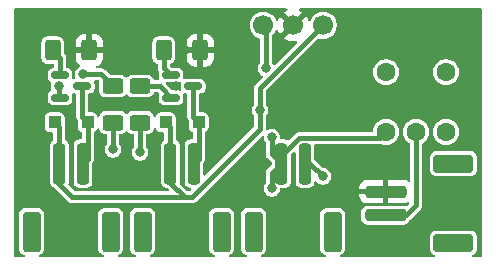
<source format=gbr>
%TF.GenerationSoftware,KiCad,Pcbnew,9.0.1*%
%TF.CreationDate,2025-04-11T12:26:53-04:00*%
%TF.ProjectId,Pneumatactors_1Xiao_CompactControl_Battery,506e6575-6d61-4746-9163-746f72735f31,rev?*%
%TF.SameCoordinates,Original*%
%TF.FileFunction,Copper,L2,Bot*%
%TF.FilePolarity,Positive*%
%FSLAX46Y46*%
G04 Gerber Fmt 4.6, Leading zero omitted, Abs format (unit mm)*
G04 Created by KiCad (PCBNEW 9.0.1) date 2025-04-11 12:26:53*
%MOMM*%
%LPD*%
G01*
G04 APERTURE LIST*
G04 Aperture macros list*
%AMRoundRect*
0 Rectangle with rounded corners*
0 $1 Rounding radius*
0 $2 $3 $4 $5 $6 $7 $8 $9 X,Y pos of 4 corners*
0 Add a 4 corners polygon primitive as box body*
4,1,4,$2,$3,$4,$5,$6,$7,$8,$9,$2,$3,0*
0 Add four circle primitives for the rounded corners*
1,1,$1+$1,$2,$3*
1,1,$1+$1,$4,$5*
1,1,$1+$1,$6,$7*
1,1,$1+$1,$8,$9*
0 Add four rect primitives between the rounded corners*
20,1,$1+$1,$2,$3,$4,$5,0*
20,1,$1+$1,$4,$5,$6,$7,0*
20,1,$1+$1,$6,$7,$8,$9,0*
20,1,$1+$1,$8,$9,$2,$3,0*%
G04 Aperture macros list end*
%TA.AperFunction,ComponentPad*%
%ADD10C,1.600200*%
%TD*%
%TA.AperFunction,SMDPad,CuDef*%
%ADD11RoundRect,0.250000X0.250000X1.500000X-0.250000X1.500000X-0.250000X-1.500000X0.250000X-1.500000X0*%
%TD*%
%TA.AperFunction,SMDPad,CuDef*%
%ADD12RoundRect,0.250001X0.499999X1.449999X-0.499999X1.449999X-0.499999X-1.449999X0.499999X-1.449999X0*%
%TD*%
%TA.AperFunction,ComponentPad*%
%ADD13C,1.700000*%
%TD*%
%TA.AperFunction,SMDPad,CuDef*%
%ADD14RoundRect,0.150000X-0.587500X-0.150000X0.587500X-0.150000X0.587500X0.150000X-0.587500X0.150000X0*%
%TD*%
%TA.AperFunction,SMDPad,CuDef*%
%ADD15RoundRect,0.250000X0.625000X-0.400000X0.625000X0.400000X-0.625000X0.400000X-0.625000X-0.400000X0*%
%TD*%
%TA.AperFunction,SMDPad,CuDef*%
%ADD16RoundRect,0.250000X0.400000X0.625000X-0.400000X0.625000X-0.400000X-0.625000X0.400000X-0.625000X0*%
%TD*%
%TA.AperFunction,SMDPad,CuDef*%
%ADD17RoundRect,0.250000X-1.500000X0.250000X-1.500000X-0.250000X1.500000X-0.250000X1.500000X0.250000X0*%
%TD*%
%TA.AperFunction,SMDPad,CuDef*%
%ADD18RoundRect,0.250001X-1.449999X0.499999X-1.449999X-0.499999X1.449999X-0.499999X1.449999X0.499999X0*%
%TD*%
%TA.AperFunction,SMDPad,CuDef*%
%ADD19RoundRect,0.250000X-0.300000X-0.300000X0.300000X-0.300000X0.300000X0.300000X-0.300000X0.300000X0*%
%TD*%
%TA.AperFunction,ViaPad*%
%ADD20C,0.800000*%
%TD*%
%TA.AperFunction,Conductor*%
%ADD21C,0.400000*%
%TD*%
G04 APERTURE END LIST*
D10*
%TO.P,U1,1,1*%
%TO.N,3.7V*%
X47262000Y-31299150D03*
%TO.P,U1,2,2*%
%TO.N,V_BATT*%
X49802000Y-31299150D03*
%TO.P,U1,3,3*%
%TO.N,unconnected-(U1-Pad3)*%
X52342000Y-31299150D03*
%TO.P,U1,4*%
%TO.N,N/C*%
X52342000Y-26250900D03*
%TO.P,U1,5*%
X47262000Y-26250900D03*
%TD*%
D11*
%TO.P,J3,1,Pin_1*%
%TO.N,Net-(D4-A)*%
X40388000Y-33984000D03*
%TO.P,J3,2,Pin_2*%
%TO.N,3.7V*%
X38388000Y-33984000D03*
D12*
%TO.P,J3,MP*%
%TO.N,N/C*%
X42738000Y-39734000D03*
X36038000Y-39734000D03*
%TD*%
D13*
%TO.P,U3,1,VIN*%
%TO.N,3.7V*%
X36848000Y-22265500D03*
%TO.P,U3,2,GND*%
%TO.N,GND*%
X39388000Y-22265500D03*
%TO.P,U3,3,VOUT*%
%TO.N,5V*%
X41928000Y-22265500D03*
%TD*%
D14*
%TO.P,Q2,1,G*%
%TO.N,VALVE_2_PFM*%
X29052500Y-28386000D03*
%TO.P,Q2,2,S*%
%TO.N,Net-(Q2-S)*%
X29052500Y-26486000D03*
%TO.P,Q2,3,D*%
%TO.N,Net-(D3-A)*%
X30927500Y-27436000D03*
%TD*%
D15*
%TO.P,R1,1*%
%TO.N,Net-(U2-PA6_A10_D10_MOSI)*%
X26416000Y-30506000D03*
%TO.P,R1,2*%
%TO.N,VALVE_2_PFM*%
X26416000Y-27406000D03*
%TD*%
D16*
%TO.P,R5,1*%
%TO.N,GND*%
X31522000Y-24384000D03*
%TO.P,R5,2*%
%TO.N,Net-(Q2-S)*%
X28422000Y-24384000D03*
%TD*%
D14*
%TO.P,Q1,1,G*%
%TO.N,VALVE_1_PFM*%
X19654500Y-28386000D03*
%TO.P,Q1,2,S*%
%TO.N,Net-(Q1-S)*%
X19654500Y-26486000D03*
%TO.P,Q1,3,D*%
%TO.N,Net-(D2-A)*%
X21529500Y-27436000D03*
%TD*%
D17*
%TO.P,J4,1,Pin_1*%
%TO.N,GND*%
X47206000Y-36342000D03*
%TO.P,J4,2,Pin_2*%
%TO.N,V_BATT*%
X47206000Y-38342000D03*
D18*
%TO.P,J4,MP*%
%TO.N,N/C*%
X52956000Y-33992000D03*
X52956000Y-40692000D03*
%TD*%
D19*
%TO.P,D2,1,K*%
%TO.N,5V*%
X19192000Y-30484000D03*
%TO.P,D2,2,A*%
%TO.N,Net-(D2-A)*%
X21992000Y-30484000D03*
%TD*%
%TO.P,D3,1,K*%
%TO.N,5V*%
X28590000Y-30484000D03*
%TO.P,D3,2,A*%
%TO.N,Net-(D3-A)*%
X31390000Y-30484000D03*
%TD*%
D11*
%TO.P,J1,1,Pin_1*%
%TO.N,Net-(D2-A)*%
X21592000Y-33984000D03*
%TO.P,J1,2,Pin_2*%
%TO.N,5V*%
X19592000Y-33984000D03*
D12*
%TO.P,J1,MP*%
%TO.N,N/C*%
X23942000Y-39734000D03*
X17242000Y-39734000D03*
%TD*%
D15*
%TO.P,R2,1*%
%TO.N,Net-(U2-PA5_A9_D9_MISO)*%
X24130000Y-30506000D03*
%TO.P,R2,2*%
%TO.N,VALVE_1_PFM*%
X24130000Y-27406000D03*
%TD*%
D11*
%TO.P,J2,1,Pin_1*%
%TO.N,Net-(D3-A)*%
X30990000Y-33984000D03*
%TO.P,J2,2,Pin_2*%
%TO.N,5V*%
X28990000Y-33984000D03*
D12*
%TO.P,J2,MP*%
%TO.N,N/C*%
X33340000Y-39734000D03*
X26640000Y-39734000D03*
%TD*%
D16*
%TO.P,R4,1*%
%TO.N,GND*%
X22124000Y-24384000D03*
%TO.P,R4,2*%
%TO.N,Net-(Q1-S)*%
X19024000Y-24384000D03*
%TD*%
D20*
%TO.N,5V*%
X36576000Y-29464000D03*
%TO.N,3.7V*%
X37592000Y-36068000D03*
X37084000Y-25908000D03*
X37592000Y-31750000D03*
%TO.N,GND*%
X26670000Y-35814000D03*
X35814000Y-33528000D03*
X54102000Y-38354000D03*
X40894000Y-25146000D03*
X21082000Y-39624000D03*
X31242000Y-39878000D03*
X28956000Y-40386000D03*
X18542000Y-21844000D03*
X49784000Y-26162000D03*
X29210000Y-22098000D03*
X54102000Y-30734000D03*
X44704000Y-40894000D03*
X19558000Y-40640000D03*
X36068000Y-36068000D03*
X52832000Y-29210000D03*
X19558000Y-37338000D03*
X29972000Y-30480000D03*
X23876000Y-35814000D03*
X43180000Y-26416000D03*
X45974000Y-33528000D03*
X43180000Y-33020000D03*
X28194000Y-37846000D03*
X29464000Y-27432000D03*
X39370000Y-27686000D03*
X49276000Y-41402000D03*
X22352000Y-21844000D03*
X32766000Y-21590000D03*
X23114000Y-33782000D03*
X36830000Y-37312000D03*
X45466000Y-30480000D03*
X46482000Y-29464000D03*
X30226000Y-24384000D03*
X25400000Y-24384000D03*
%TO.N,VALVE_1_PFM*%
X21590000Y-26416000D03*
X19558000Y-27432000D03*
%TO.N,Net-(D4-A)*%
X41910000Y-35052000D03*
%TO.N,Net-(U2-PA6_A10_D10_MOSI)*%
X26416000Y-33020000D03*
%TO.N,Net-(U2-PA5_A9_D9_MISO)*%
X24130000Y-32766000D03*
%TD*%
D21*
%TO.N,5V*%
X19592000Y-30884000D02*
X19192000Y-30484000D01*
X36576000Y-27617500D02*
X36576000Y-31075580D01*
X19592000Y-35734000D02*
X19592000Y-33984000D01*
X30734000Y-36830000D02*
X30226000Y-36830000D01*
X30821580Y-36830000D02*
X30734000Y-36830000D01*
X36576000Y-31075580D02*
X30821580Y-36830000D01*
X36576000Y-27617500D02*
X36576000Y-29464000D01*
X30226000Y-36830000D02*
X28990000Y-35594000D01*
X28990000Y-33984000D02*
X28990000Y-30884000D01*
X28990000Y-30884000D02*
X28590000Y-30484000D01*
X41928000Y-22265500D02*
X36576000Y-27617500D01*
X20688000Y-36830000D02*
X19592000Y-35734000D01*
X19592000Y-33984000D02*
X19592000Y-30884000D01*
X28990000Y-35594000D02*
X28990000Y-33984000D01*
X30734000Y-36830000D02*
X20688000Y-36830000D01*
%TO.N,Net-(D3-A)*%
X31390000Y-30484000D02*
X31390000Y-33584000D01*
X31390000Y-33584000D02*
X30990000Y-33984000D01*
X30927500Y-27436000D02*
X30927500Y-30021500D01*
X30927500Y-30021500D02*
X31390000Y-30484000D01*
%TO.N,3.7V*%
X47262000Y-31299150D02*
X46728150Y-31833000D01*
X37592000Y-33188000D02*
X38388000Y-33984000D01*
X37592000Y-36068000D02*
X37592000Y-34780000D01*
X37592000Y-34780000D02*
X38388000Y-33984000D01*
X37592000Y-31750000D02*
X37592000Y-33188000D01*
X37084000Y-22501500D02*
X36848000Y-22265500D01*
X37084000Y-25908000D02*
X37084000Y-22501500D01*
X38388000Y-33306420D02*
X38388000Y-33984000D01*
X39861420Y-31833000D02*
X38388000Y-33306420D01*
X46728150Y-31833000D02*
X39861420Y-31833000D01*
%TO.N,V_BATT*%
X47206000Y-38342000D02*
X48956000Y-38342000D01*
X49802000Y-37496000D02*
X49802000Y-31299150D01*
X48956000Y-38342000D02*
X49802000Y-37496000D01*
%TO.N,VALVE_1_PFM*%
X24130000Y-27406000D02*
X23140000Y-26416000D01*
X19558000Y-27432000D02*
X19558000Y-28289500D01*
X19558000Y-28289500D02*
X19654500Y-28386000D01*
X23140000Y-26416000D02*
X21590000Y-26416000D01*
%TO.N,VALVE_2_PFM*%
X26416000Y-27406000D02*
X28072500Y-27406000D01*
X28072500Y-27406000D02*
X29052500Y-28386000D01*
%TO.N,Net-(D4-A)*%
X40388000Y-33984000D02*
X40842000Y-33984000D01*
X40842000Y-33984000D02*
X41910000Y-35052000D01*
%TO.N,Net-(Q1-S)*%
X19654500Y-25014500D02*
X19024000Y-24384000D01*
X19654500Y-26486000D02*
X19654500Y-25014500D01*
%TO.N,Net-(Q2-S)*%
X28422000Y-25855500D02*
X29052500Y-26486000D01*
X28422000Y-24384000D02*
X28422000Y-25855500D01*
%TO.N,Net-(U2-PA6_A10_D10_MOSI)*%
X26416000Y-33020000D02*
X26416000Y-30506000D01*
%TO.N,Net-(U2-PA5_A9_D9_MISO)*%
X24130000Y-32766000D02*
X24130000Y-30506000D01*
%TO.N,Net-(D2-A)*%
X21529500Y-27436000D02*
X21529500Y-30021500D01*
X21992000Y-33584000D02*
X21592000Y-33984000D01*
X21529500Y-30021500D02*
X21992000Y-30484000D01*
X21992000Y-30484000D02*
X21992000Y-33584000D01*
%TD*%
%TA.AperFunction,Conductor*%
%TO.N,GND*%
G36*
X38880469Y-20847407D02*
G01*
X38916433Y-20896907D01*
X38916433Y-20958093D01*
X38880469Y-21007593D01*
X38867223Y-21015710D01*
X38680446Y-21110876D01*
X38680442Y-21110878D01*
X38626282Y-21150228D01*
X39258591Y-21782537D01*
X39195007Y-21799575D01*
X39080993Y-21865401D01*
X38987901Y-21958493D01*
X38922075Y-22072507D01*
X38905037Y-22136091D01*
X38272728Y-21503782D01*
X38233378Y-21557942D01*
X38233376Y-21557946D01*
X38136904Y-21747284D01*
X38107272Y-21838484D01*
X38071308Y-21887984D01*
X38013117Y-21906891D01*
X37954926Y-21887984D01*
X37918962Y-21838484D01*
X37918962Y-21838483D01*
X37917824Y-21834983D01*
X37914211Y-21823861D01*
X37831996Y-21662506D01*
X37725553Y-21515999D01*
X37597501Y-21387947D01*
X37450994Y-21281504D01*
X37450993Y-21281503D01*
X37450991Y-21281502D01*
X37289637Y-21199288D01*
X37117406Y-21143328D01*
X36938549Y-21115000D01*
X36938546Y-21115000D01*
X36757454Y-21115000D01*
X36757451Y-21115000D01*
X36578593Y-21143328D01*
X36406362Y-21199288D01*
X36245008Y-21281502D01*
X36171752Y-21334725D01*
X36098499Y-21387947D01*
X35970447Y-21515999D01*
X35939975Y-21557940D01*
X35864002Y-21662508D01*
X35781788Y-21823862D01*
X35725828Y-21996093D01*
X35697500Y-22174950D01*
X35697500Y-22356049D01*
X35725828Y-22534906D01*
X35781788Y-22707137D01*
X35820806Y-22783715D01*
X35864004Y-22868494D01*
X35970447Y-23015001D01*
X36098499Y-23143053D01*
X36245006Y-23249496D01*
X36406361Y-23331711D01*
X36515092Y-23367039D01*
X36564592Y-23403003D01*
X36583500Y-23461193D01*
X36583500Y-25376836D01*
X36564593Y-25435027D01*
X36554504Y-25446840D01*
X36539889Y-25461454D01*
X36539885Y-25461458D01*
X36463228Y-25576182D01*
X36463222Y-25576193D01*
X36410420Y-25703670D01*
X36410420Y-25703672D01*
X36383500Y-25839004D01*
X36383500Y-25976995D01*
X36410420Y-26112327D01*
X36410420Y-26112329D01*
X36463222Y-26239806D01*
X36463228Y-26239817D01*
X36539885Y-26354541D01*
X36637458Y-26452114D01*
X36752182Y-26528771D01*
X36752184Y-26528772D01*
X36752185Y-26528772D01*
X36752189Y-26528775D01*
X36760062Y-26532036D01*
X36806587Y-26571772D01*
X36820871Y-26631266D01*
X36797457Y-26687794D01*
X36792180Y-26693503D01*
X36268686Y-27216999D01*
X36175500Y-27310185D01*
X36175496Y-27310190D01*
X36109609Y-27424309D01*
X36075500Y-27551609D01*
X36075500Y-28932836D01*
X36056593Y-28991027D01*
X36046504Y-29002840D01*
X36031889Y-29017454D01*
X36031885Y-29017458D01*
X35955228Y-29132182D01*
X35955222Y-29132193D01*
X35902420Y-29259670D01*
X35902420Y-29259672D01*
X35875500Y-29395004D01*
X35875500Y-29532995D01*
X35902420Y-29668327D01*
X35902420Y-29668329D01*
X35955222Y-29795806D01*
X35955228Y-29795817D01*
X36031885Y-29910541D01*
X36046504Y-29925160D01*
X36074281Y-29979677D01*
X36075500Y-29995164D01*
X36075500Y-30827258D01*
X36056593Y-30885449D01*
X36046504Y-30897262D01*
X31959504Y-34984262D01*
X31904987Y-35012039D01*
X31844555Y-35002468D01*
X31801290Y-34959203D01*
X31790500Y-34914258D01*
X31790500Y-33917839D01*
X31803763Y-33868340D01*
X31856392Y-33777186D01*
X31890500Y-33649893D01*
X31890500Y-33518108D01*
X31890500Y-31364071D01*
X31909407Y-31305880D01*
X31953185Y-31271972D01*
X31953894Y-31271692D01*
X31962342Y-31268361D01*
X31962343Y-31268360D01*
X31962344Y-31268360D01*
X32009959Y-31232251D01*
X32082922Y-31176922D01*
X32174361Y-31056342D01*
X32229877Y-30915564D01*
X32240500Y-30827102D01*
X32240500Y-30140898D01*
X32229877Y-30052436D01*
X32174361Y-29911658D01*
X32082922Y-29791078D01*
X31962342Y-29699639D01*
X31962341Y-29699638D01*
X31962339Y-29699637D01*
X31821565Y-29644123D01*
X31733106Y-29633500D01*
X31733102Y-29633500D01*
X31527000Y-29633500D01*
X31468809Y-29614593D01*
X31432845Y-29565093D01*
X31428000Y-29534500D01*
X31428000Y-28135500D01*
X31446907Y-28077309D01*
X31496407Y-28041345D01*
X31527000Y-28036500D01*
X31569273Y-28036500D01*
X31569273Y-28036499D01*
X31599699Y-28033646D01*
X31727882Y-27988793D01*
X31837150Y-27908150D01*
X31917793Y-27798882D01*
X31962646Y-27670699D01*
X31965499Y-27640273D01*
X31965500Y-27640273D01*
X31965500Y-27231727D01*
X31965499Y-27231725D01*
X31962646Y-27201305D01*
X31962646Y-27201301D01*
X31917793Y-27073118D01*
X31914220Y-27068277D01*
X31837154Y-26963855D01*
X31837152Y-26963853D01*
X31837150Y-26963850D01*
X31837146Y-26963847D01*
X31837144Y-26963845D01*
X31727883Y-26883207D01*
X31599703Y-26838355D01*
X31599694Y-26838353D01*
X31569274Y-26835500D01*
X31569266Y-26835500D01*
X30285734Y-26835500D01*
X30285725Y-26835500D01*
X30255305Y-26838353D01*
X30255301Y-26838354D01*
X30213517Y-26852975D01*
X30211379Y-26853723D01*
X30150209Y-26855095D01*
X30099915Y-26820251D01*
X30079707Y-26762499D01*
X30085238Y-26727579D01*
X30087646Y-26720699D01*
X30090499Y-26690273D01*
X30090500Y-26690273D01*
X30090500Y-26281727D01*
X30090499Y-26281725D01*
X30087646Y-26251305D01*
X30087646Y-26251301D01*
X30042793Y-26123118D01*
X30034830Y-26112329D01*
X29962154Y-26013855D01*
X29962152Y-26013853D01*
X29962150Y-26013850D01*
X29962146Y-26013847D01*
X29962144Y-26013845D01*
X29852883Y-25933207D01*
X29724703Y-25888355D01*
X29724694Y-25888353D01*
X29694274Y-25885500D01*
X29694266Y-25885500D01*
X29200822Y-25885500D01*
X29142631Y-25866593D01*
X29130818Y-25856504D01*
X28966792Y-25692478D01*
X28939015Y-25637961D01*
X28948586Y-25577529D01*
X28991851Y-25534264D01*
X29000477Y-25530377D01*
X29094339Y-25493362D01*
X29094338Y-25493362D01*
X29094342Y-25493361D01*
X29214922Y-25401922D01*
X29306361Y-25281342D01*
X29361877Y-25140564D01*
X29372500Y-25052102D01*
X29372500Y-24634001D01*
X30372001Y-24634001D01*
X30372001Y-25058986D01*
X30382492Y-25161687D01*
X30382495Y-25161699D01*
X30437643Y-25328124D01*
X30529680Y-25477340D01*
X30653659Y-25601319D01*
X30802875Y-25693356D01*
X30969306Y-25748506D01*
X31072013Y-25758999D01*
X31271998Y-25758999D01*
X31272000Y-25758998D01*
X31272000Y-24634001D01*
X31772000Y-24634001D01*
X31772000Y-25758998D01*
X31772001Y-25758999D01*
X31971986Y-25758999D01*
X32074687Y-25748507D01*
X32074699Y-25748504D01*
X32241124Y-25693356D01*
X32390340Y-25601319D01*
X32514319Y-25477340D01*
X32606356Y-25328124D01*
X32661506Y-25161693D01*
X32672000Y-25058987D01*
X32672000Y-24634001D01*
X32671999Y-24634000D01*
X31772001Y-24634000D01*
X31772000Y-24634001D01*
X31272000Y-24634001D01*
X31271999Y-24634000D01*
X30372002Y-24634000D01*
X30372001Y-24634001D01*
X29372500Y-24634001D01*
X29372500Y-23715898D01*
X29371673Y-23709012D01*
X30372000Y-23709012D01*
X30372000Y-24133999D01*
X30372001Y-24134000D01*
X31271999Y-24134000D01*
X31272000Y-24133999D01*
X31272000Y-23009001D01*
X31772000Y-23009001D01*
X31772000Y-24133999D01*
X31772001Y-24134000D01*
X32671998Y-24134000D01*
X32671999Y-24133999D01*
X32671999Y-23709013D01*
X32661507Y-23606312D01*
X32661504Y-23606300D01*
X32606356Y-23439875D01*
X32514319Y-23290659D01*
X32390340Y-23166680D01*
X32241124Y-23074643D01*
X32074693Y-23019493D01*
X31971987Y-23009000D01*
X31772001Y-23009000D01*
X31772000Y-23009001D01*
X31272000Y-23009001D01*
X31271999Y-23009000D01*
X31072013Y-23009000D01*
X30969312Y-23019492D01*
X30969300Y-23019495D01*
X30802875Y-23074643D01*
X30653659Y-23166680D01*
X30529680Y-23290659D01*
X30437643Y-23439875D01*
X30382493Y-23606306D01*
X30372000Y-23709012D01*
X29371673Y-23709012D01*
X29361877Y-23627436D01*
X29353547Y-23606312D01*
X29306362Y-23486660D01*
X29306361Y-23486659D01*
X29306361Y-23486658D01*
X29214922Y-23366078D01*
X29094342Y-23274639D01*
X29094341Y-23274638D01*
X29094339Y-23274637D01*
X28953565Y-23219123D01*
X28865106Y-23208500D01*
X28865102Y-23208500D01*
X27978898Y-23208500D01*
X27978893Y-23208500D01*
X27890434Y-23219123D01*
X27749660Y-23274637D01*
X27749656Y-23274640D01*
X27629081Y-23366075D01*
X27629075Y-23366081D01*
X27537640Y-23486656D01*
X27537637Y-23486660D01*
X27482123Y-23627434D01*
X27471500Y-23715893D01*
X27471500Y-25052106D01*
X27482123Y-25140565D01*
X27537637Y-25281339D01*
X27537638Y-25281341D01*
X27537639Y-25281342D01*
X27629078Y-25401922D01*
X27749658Y-25493361D01*
X27749659Y-25493361D01*
X27749660Y-25493362D01*
X27858819Y-25536409D01*
X27906016Y-25575345D01*
X27921500Y-25628506D01*
X27921500Y-25789608D01*
X27921500Y-25921392D01*
X27929061Y-25949609D01*
X27955608Y-26048687D01*
X28015489Y-26152403D01*
X28028210Y-26212251D01*
X28023198Y-26234595D01*
X28017354Y-26251299D01*
X28017353Y-26251301D01*
X28014500Y-26281725D01*
X28014500Y-26690274D01*
X28017353Y-26720694D01*
X28017353Y-26720697D01*
X28017354Y-26720699D01*
X28035936Y-26773803D01*
X28037308Y-26834973D01*
X28002464Y-26885267D01*
X27944712Y-26905475D01*
X27942491Y-26905500D01*
X27660506Y-26905500D01*
X27602315Y-26886593D01*
X27568409Y-26842819D01*
X27525362Y-26733660D01*
X27525361Y-26733659D01*
X27525361Y-26733658D01*
X27433922Y-26613078D01*
X27313342Y-26521639D01*
X27313341Y-26521638D01*
X27313339Y-26521637D01*
X27172565Y-26466123D01*
X27084106Y-26455500D01*
X27084102Y-26455500D01*
X25747898Y-26455500D01*
X25747893Y-26455500D01*
X25659434Y-26466123D01*
X25518660Y-26521637D01*
X25518656Y-26521640D01*
X25398081Y-26613075D01*
X25398073Y-26613083D01*
X25351883Y-26673994D01*
X25301657Y-26708936D01*
X25240484Y-26707682D01*
X25194117Y-26673994D01*
X25147926Y-26613083D01*
X25147924Y-26613081D01*
X25147922Y-26613078D01*
X25027342Y-26521639D01*
X25027341Y-26521638D01*
X25027339Y-26521637D01*
X24886565Y-26466123D01*
X24798106Y-26455500D01*
X24798102Y-26455500D01*
X23928322Y-26455500D01*
X23870131Y-26436593D01*
X23858319Y-26426504D01*
X23447314Y-26015500D01*
X23447309Y-26015496D01*
X23333189Y-25949609D01*
X23333191Y-25949609D01*
X23271976Y-25933207D01*
X23205892Y-25915500D01*
X23205890Y-25915500D01*
X22786241Y-25915500D01*
X22728050Y-25896593D01*
X22692086Y-25847093D01*
X22692086Y-25785907D01*
X22728050Y-25736407D01*
X22755101Y-25722525D01*
X22843124Y-25693356D01*
X22992340Y-25601319D01*
X23116319Y-25477340D01*
X23208356Y-25328124D01*
X23263506Y-25161693D01*
X23274000Y-25058987D01*
X23274000Y-24634001D01*
X23273999Y-24634000D01*
X20974002Y-24634000D01*
X20974001Y-24634001D01*
X20974001Y-25058986D01*
X20984492Y-25161687D01*
X20984495Y-25161699D01*
X21039643Y-25328124D01*
X21131680Y-25477340D01*
X21255659Y-25601319D01*
X21279968Y-25616313D01*
X21319570Y-25662954D01*
X21324193Y-25723965D01*
X21292072Y-25776041D01*
X21265884Y-25792037D01*
X21258192Y-25795222D01*
X21258182Y-25795228D01*
X21143458Y-25871885D01*
X21045885Y-25969458D01*
X20969228Y-26084182D01*
X20969222Y-26084193D01*
X20916420Y-26211670D01*
X20916420Y-26211672D01*
X20910822Y-26239817D01*
X20889500Y-26347007D01*
X20889500Y-26484993D01*
X20914978Y-26613081D01*
X20916420Y-26620327D01*
X20916420Y-26620329D01*
X20949808Y-26700936D01*
X20954608Y-26761933D01*
X20922639Y-26814102D01*
X20884709Y-26834246D01*
X20876283Y-26836573D01*
X20857301Y-26838354D01*
X20810246Y-26854819D01*
X20807047Y-26855703D01*
X20779638Y-26854479D01*
X20752209Y-26855095D01*
X20749371Y-26853128D01*
X20745922Y-26852975D01*
X20724469Y-26835876D01*
X20701915Y-26820251D01*
X20700774Y-26816991D01*
X20698075Y-26814840D01*
X20690768Y-26788395D01*
X20681707Y-26762499D01*
X20682401Y-26758113D01*
X20681780Y-26755864D01*
X20683473Y-26751348D01*
X20687238Y-26727579D01*
X20689646Y-26720699D01*
X20692499Y-26690273D01*
X20692500Y-26690273D01*
X20692500Y-26281727D01*
X20692499Y-26281725D01*
X20689646Y-26251305D01*
X20689646Y-26251301D01*
X20644793Y-26123118D01*
X20636830Y-26112329D01*
X20564154Y-26013855D01*
X20564152Y-26013853D01*
X20564150Y-26013850D01*
X20564146Y-26013847D01*
X20564144Y-26013845D01*
X20454883Y-25933207D01*
X20326703Y-25888355D01*
X20326694Y-25888353D01*
X20296274Y-25885500D01*
X20296266Y-25885500D01*
X20254000Y-25885500D01*
X20195809Y-25866593D01*
X20159845Y-25817093D01*
X20155000Y-25786500D01*
X20155000Y-24948609D01*
X20155000Y-24948608D01*
X20120892Y-24821314D01*
X20120890Y-24821311D01*
X20120890Y-24821309D01*
X20055003Y-24707190D01*
X20054999Y-24707184D01*
X20003496Y-24655681D01*
X19975719Y-24601164D01*
X19974500Y-24585678D01*
X19974500Y-23715899D01*
X19974500Y-23715898D01*
X19973673Y-23709012D01*
X20974000Y-23709012D01*
X20974000Y-24133999D01*
X20974001Y-24134000D01*
X21873999Y-24134000D01*
X21874000Y-24133999D01*
X21874000Y-23009001D01*
X22374000Y-23009001D01*
X22374000Y-24133999D01*
X22374001Y-24134000D01*
X23273998Y-24134000D01*
X23273999Y-24133999D01*
X23273999Y-23709013D01*
X23263507Y-23606312D01*
X23263504Y-23606300D01*
X23208356Y-23439875D01*
X23116319Y-23290659D01*
X22992340Y-23166680D01*
X22843124Y-23074643D01*
X22676693Y-23019493D01*
X22573987Y-23009000D01*
X22374001Y-23009000D01*
X22374000Y-23009001D01*
X21874000Y-23009001D01*
X21873999Y-23009000D01*
X21674013Y-23009000D01*
X21571312Y-23019492D01*
X21571300Y-23019495D01*
X21404875Y-23074643D01*
X21255659Y-23166680D01*
X21131680Y-23290659D01*
X21039643Y-23439875D01*
X20984493Y-23606306D01*
X20974000Y-23709012D01*
X19973673Y-23709012D01*
X19963877Y-23627436D01*
X19955547Y-23606312D01*
X19908362Y-23486660D01*
X19908361Y-23486659D01*
X19908361Y-23486658D01*
X19816922Y-23366078D01*
X19696342Y-23274639D01*
X19696341Y-23274638D01*
X19696339Y-23274637D01*
X19555565Y-23219123D01*
X19467106Y-23208500D01*
X19467102Y-23208500D01*
X18580898Y-23208500D01*
X18580893Y-23208500D01*
X18492434Y-23219123D01*
X18351660Y-23274637D01*
X18351656Y-23274640D01*
X18231081Y-23366075D01*
X18231075Y-23366081D01*
X18139640Y-23486656D01*
X18139637Y-23486660D01*
X18084123Y-23627434D01*
X18073500Y-23715893D01*
X18073500Y-25052106D01*
X18084123Y-25140565D01*
X18139637Y-25281339D01*
X18139638Y-25281341D01*
X18139639Y-25281342D01*
X18231078Y-25401922D01*
X18351658Y-25493361D01*
X18351659Y-25493361D01*
X18351660Y-25493362D01*
X18422047Y-25521119D01*
X18492436Y-25548877D01*
X18580898Y-25559500D01*
X19055000Y-25559500D01*
X19069912Y-25564345D01*
X19085593Y-25564345D01*
X19098278Y-25573561D01*
X19113191Y-25578407D01*
X19122407Y-25591092D01*
X19135093Y-25600309D01*
X19139938Y-25615221D01*
X19149155Y-25627907D01*
X19154000Y-25658500D01*
X19154000Y-25786500D01*
X19135093Y-25844691D01*
X19085593Y-25880655D01*
X19055000Y-25885500D01*
X19012725Y-25885500D01*
X18982305Y-25888353D01*
X18982296Y-25888355D01*
X18854116Y-25933207D01*
X18744855Y-26013845D01*
X18744845Y-26013855D01*
X18664207Y-26123116D01*
X18619355Y-26251296D01*
X18619353Y-26251305D01*
X18616500Y-26281725D01*
X18616500Y-26690274D01*
X18619353Y-26720694D01*
X18619355Y-26720703D01*
X18664207Y-26848883D01*
X18744845Y-26958144D01*
X18744847Y-26958146D01*
X18744850Y-26958150D01*
X18744853Y-26958152D01*
X18744855Y-26958154D01*
X18854116Y-27038792D01*
X18860674Y-27042258D01*
X18859471Y-27044532D01*
X18898756Y-27074442D01*
X18916354Y-27133041D01*
X18908843Y-27168708D01*
X18884420Y-27227670D01*
X18884420Y-27227672D01*
X18857500Y-27363004D01*
X18857500Y-27500995D01*
X18884420Y-27636327D01*
X18884420Y-27636329D01*
X18911737Y-27702278D01*
X18916537Y-27763275D01*
X18884568Y-27815444D01*
X18860448Y-27829310D01*
X18860676Y-27829741D01*
X18854114Y-27833208D01*
X18744855Y-27913845D01*
X18744845Y-27913855D01*
X18664207Y-28023116D01*
X18619355Y-28151296D01*
X18619353Y-28151305D01*
X18616500Y-28181725D01*
X18616500Y-28590274D01*
X18619353Y-28620694D01*
X18619355Y-28620703D01*
X18664207Y-28748883D01*
X18744845Y-28858144D01*
X18744847Y-28858146D01*
X18744850Y-28858150D01*
X18744853Y-28858152D01*
X18744855Y-28858154D01*
X18854116Y-28938792D01*
X18854117Y-28938792D01*
X18854118Y-28938793D01*
X18982301Y-28983646D01*
X19012725Y-28986499D01*
X19012727Y-28986500D01*
X19012734Y-28986500D01*
X20296273Y-28986500D01*
X20296273Y-28986499D01*
X20326699Y-28983646D01*
X20454882Y-28938793D01*
X20564150Y-28858150D01*
X20644793Y-28748882D01*
X20689646Y-28620699D01*
X20692499Y-28590273D01*
X20692500Y-28590273D01*
X20692500Y-28181727D01*
X20692499Y-28181725D01*
X20689646Y-28151305D01*
X20689646Y-28151301D01*
X20687237Y-28144419D01*
X20685864Y-28083250D01*
X20720707Y-28032955D01*
X20778459Y-28012746D01*
X20796252Y-28013953D01*
X20805005Y-28015346D01*
X20857301Y-28033646D01*
X20887734Y-28036500D01*
X20937834Y-28036500D01*
X20945570Y-28037732D01*
X20966179Y-28048255D01*
X20988191Y-28055407D01*
X20992911Y-28061904D01*
X21000063Y-28065556D01*
X21010550Y-28086181D01*
X21024155Y-28104907D01*
X21026002Y-28116572D01*
X21027794Y-28120096D01*
X21027175Y-28123979D01*
X21029000Y-28135500D01*
X21029000Y-29955608D01*
X21029000Y-30087392D01*
X21043337Y-30140898D01*
X21063109Y-30214690D01*
X21128236Y-30327491D01*
X21141500Y-30376991D01*
X21141500Y-30827106D01*
X21152123Y-30915565D01*
X21207637Y-31056339D01*
X21207638Y-31056341D01*
X21207639Y-31056342D01*
X21299078Y-31176922D01*
X21299081Y-31176924D01*
X21299082Y-31176925D01*
X21419656Y-31268360D01*
X21419657Y-31268360D01*
X21419658Y-31268361D01*
X21419661Y-31268362D01*
X21428815Y-31271972D01*
X21476014Y-31310907D01*
X21491500Y-31364071D01*
X21491500Y-31834500D01*
X21472593Y-31892691D01*
X21423093Y-31928655D01*
X21392500Y-31933500D01*
X21298893Y-31933500D01*
X21210434Y-31944123D01*
X21069660Y-31999637D01*
X21069656Y-31999640D01*
X20949081Y-32091075D01*
X20949075Y-32091081D01*
X20857640Y-32211656D01*
X20857637Y-32211660D01*
X20802123Y-32352434D01*
X20791500Y-32440893D01*
X20791500Y-35527106D01*
X20802123Y-35615565D01*
X20857637Y-35756339D01*
X20857638Y-35756341D01*
X20857639Y-35756342D01*
X20949078Y-35876922D01*
X21069658Y-35968361D01*
X21069659Y-35968361D01*
X21069660Y-35968362D01*
X21140047Y-35996119D01*
X21210436Y-36023877D01*
X21298898Y-36034500D01*
X21298900Y-36034500D01*
X21885100Y-36034500D01*
X21885102Y-36034500D01*
X21973564Y-36023877D01*
X22114342Y-35968361D01*
X22234922Y-35876922D01*
X22326361Y-35756342D01*
X22381877Y-35615564D01*
X22392500Y-35527102D01*
X22392500Y-33917839D01*
X22405763Y-33868340D01*
X22458392Y-33777186D01*
X22492500Y-33649893D01*
X22492500Y-33518108D01*
X22492500Y-31364071D01*
X22511407Y-31305880D01*
X22555185Y-31271972D01*
X22555894Y-31271692D01*
X22564342Y-31268361D01*
X22564343Y-31268360D01*
X22564344Y-31268360D01*
X22611959Y-31232251D01*
X22684922Y-31176922D01*
X22776361Y-31056342D01*
X22782348Y-31041161D01*
X22821281Y-30993965D01*
X22880523Y-30978667D01*
X22937443Y-31001112D01*
X22966541Y-31041161D01*
X23020637Y-31178339D01*
X23020638Y-31178341D01*
X23020639Y-31178342D01*
X23112078Y-31298922D01*
X23232658Y-31390361D01*
X23232659Y-31390361D01*
X23232660Y-31390362D01*
X23264472Y-31402907D01*
X23373436Y-31445877D01*
X23461898Y-31456500D01*
X23530500Y-31456500D01*
X23588691Y-31475407D01*
X23624655Y-31524907D01*
X23629500Y-31555500D01*
X23629500Y-32234836D01*
X23610593Y-32293027D01*
X23600504Y-32304840D01*
X23585889Y-32319454D01*
X23585885Y-32319458D01*
X23509228Y-32434182D01*
X23509222Y-32434193D01*
X23456420Y-32561670D01*
X23456420Y-32561672D01*
X23429500Y-32697004D01*
X23429500Y-32834995D01*
X23456420Y-32970327D01*
X23456420Y-32970329D01*
X23509222Y-33097806D01*
X23509228Y-33097817D01*
X23585885Y-33212541D01*
X23683458Y-33310114D01*
X23798182Y-33386771D01*
X23798193Y-33386777D01*
X23845283Y-33406282D01*
X23925672Y-33439580D01*
X24061007Y-33466500D01*
X24061008Y-33466500D01*
X24198992Y-33466500D01*
X24198993Y-33466500D01*
X24334328Y-33439580D01*
X24461811Y-33386775D01*
X24576542Y-33310114D01*
X24674114Y-33212542D01*
X24750775Y-33097811D01*
X24803580Y-32970328D01*
X24830500Y-32834993D01*
X24830500Y-32697007D01*
X24803580Y-32561672D01*
X24779825Y-32504323D01*
X24750777Y-32434193D01*
X24750771Y-32434182D01*
X24674114Y-32319458D01*
X24659496Y-32304840D01*
X24631719Y-32250323D01*
X24630500Y-32234836D01*
X24630500Y-31555500D01*
X24649407Y-31497309D01*
X24698907Y-31461345D01*
X24729500Y-31456500D01*
X24798100Y-31456500D01*
X24798102Y-31456500D01*
X24886564Y-31445877D01*
X25027342Y-31390361D01*
X25147922Y-31298922D01*
X25194116Y-31238005D01*
X25244343Y-31203063D01*
X25305515Y-31204317D01*
X25351883Y-31238005D01*
X25398078Y-31298922D01*
X25518658Y-31390361D01*
X25518659Y-31390361D01*
X25518660Y-31390362D01*
X25550472Y-31402907D01*
X25659436Y-31445877D01*
X25747898Y-31456500D01*
X25816500Y-31456500D01*
X25874691Y-31475407D01*
X25910655Y-31524907D01*
X25915500Y-31555500D01*
X25915500Y-32488836D01*
X25896593Y-32547027D01*
X25886504Y-32558840D01*
X25871889Y-32573454D01*
X25871885Y-32573458D01*
X25795228Y-32688182D01*
X25795222Y-32688193D01*
X25742420Y-32815670D01*
X25742420Y-32815672D01*
X25715500Y-32951004D01*
X25715500Y-33088995D01*
X25722087Y-33122108D01*
X25740075Y-33212541D01*
X25742420Y-33224327D01*
X25742420Y-33224329D01*
X25795222Y-33351806D01*
X25795228Y-33351817D01*
X25871885Y-33466541D01*
X25969458Y-33564114D01*
X26084182Y-33640771D01*
X26084193Y-33640777D01*
X26110521Y-33651682D01*
X26211672Y-33693580D01*
X26347007Y-33720500D01*
X26347008Y-33720500D01*
X26484992Y-33720500D01*
X26484993Y-33720500D01*
X26620328Y-33693580D01*
X26747811Y-33640775D01*
X26862542Y-33564114D01*
X26960114Y-33466542D01*
X27036775Y-33351811D01*
X27089580Y-33224328D01*
X27116500Y-33088993D01*
X27116500Y-32951007D01*
X27089580Y-32815672D01*
X27040428Y-32697007D01*
X27036777Y-32688193D01*
X27036771Y-32688182D01*
X26960114Y-32573458D01*
X26945496Y-32558840D01*
X26917719Y-32504323D01*
X26916500Y-32488836D01*
X26916500Y-31555500D01*
X26935407Y-31497309D01*
X26984907Y-31461345D01*
X27015500Y-31456500D01*
X27084100Y-31456500D01*
X27084102Y-31456500D01*
X27172564Y-31445877D01*
X27313342Y-31390361D01*
X27433922Y-31298922D01*
X27525361Y-31178342D01*
X27580877Y-31037564D01*
X27584915Y-31003937D01*
X27610623Y-30948418D01*
X27664058Y-30918612D01*
X27724807Y-30925906D01*
X27769666Y-30967514D01*
X27775305Y-30979422D01*
X27792128Y-31022082D01*
X27805639Y-31056342D01*
X27897078Y-31176922D01*
X28017658Y-31268361D01*
X28017659Y-31268361D01*
X28017660Y-31268362D01*
X28076818Y-31291691D01*
X28158436Y-31323877D01*
X28246898Y-31334500D01*
X28390500Y-31334500D01*
X28448691Y-31353407D01*
X28484655Y-31402907D01*
X28489500Y-31433500D01*
X28489500Y-31933903D01*
X28470593Y-31992094D01*
X28450320Y-32012786D01*
X28347082Y-32091074D01*
X28347075Y-32091081D01*
X28255640Y-32211656D01*
X28255637Y-32211660D01*
X28200123Y-32352434D01*
X28189500Y-32440893D01*
X28189500Y-35527106D01*
X28200123Y-35615565D01*
X28255637Y-35756339D01*
X28255638Y-35756341D01*
X28255639Y-35756342D01*
X28347078Y-35876922D01*
X28467658Y-35968361D01*
X28467659Y-35968361D01*
X28467660Y-35968362D01*
X28538047Y-35996119D01*
X28608436Y-36023877D01*
X28692212Y-36033937D01*
X28693976Y-36034754D01*
X28695896Y-36034450D01*
X28721588Y-36047540D01*
X28747734Y-36059648D01*
X28750413Y-36062227D01*
X28848682Y-36160496D01*
X28876459Y-36215013D01*
X28866888Y-36275445D01*
X28823623Y-36318710D01*
X28778678Y-36329500D01*
X20936322Y-36329500D01*
X20878131Y-36310593D01*
X20866318Y-36300504D01*
X20371086Y-35805272D01*
X20343309Y-35750755D01*
X20348992Y-35698952D01*
X20381877Y-35615564D01*
X20392500Y-35527102D01*
X20392500Y-32440898D01*
X20381877Y-32352436D01*
X20351673Y-32275844D01*
X20326362Y-32211660D01*
X20326361Y-32211659D01*
X20326361Y-32211658D01*
X20234922Y-32091078D01*
X20157920Y-32032685D01*
X20131680Y-32012786D01*
X20096738Y-31962560D01*
X20092500Y-31933903D01*
X20092500Y-30818110D01*
X20092500Y-30818108D01*
X20087286Y-30798650D01*
X20058392Y-30690814D01*
X20050082Y-30676421D01*
X20046778Y-30665548D01*
X20047006Y-30653582D01*
X20042500Y-30636761D01*
X20042500Y-30140899D01*
X20042499Y-30140893D01*
X20031877Y-30052436D01*
X19976361Y-29911658D01*
X19884922Y-29791078D01*
X19764342Y-29699639D01*
X19764341Y-29699638D01*
X19764339Y-29699637D01*
X19623565Y-29644123D01*
X19535106Y-29633500D01*
X19535102Y-29633500D01*
X18848898Y-29633500D01*
X18848893Y-29633500D01*
X18760434Y-29644123D01*
X18619660Y-29699637D01*
X18619656Y-29699640D01*
X18499081Y-29791075D01*
X18499075Y-29791081D01*
X18407640Y-29911656D01*
X18407637Y-29911660D01*
X18352123Y-30052434D01*
X18341500Y-30140893D01*
X18341500Y-30827106D01*
X18352123Y-30915565D01*
X18407637Y-31056339D01*
X18407638Y-31056341D01*
X18407639Y-31056342D01*
X18499078Y-31176922D01*
X18619658Y-31268361D01*
X18619659Y-31268361D01*
X18619660Y-31268362D01*
X18678818Y-31291691D01*
X18760436Y-31323877D01*
X18848898Y-31334500D01*
X18992500Y-31334500D01*
X19050691Y-31353407D01*
X19086655Y-31402907D01*
X19091500Y-31433500D01*
X19091500Y-31933903D01*
X19072593Y-31992094D01*
X19052320Y-32012786D01*
X18949082Y-32091074D01*
X18949075Y-32091081D01*
X18857640Y-32211656D01*
X18857637Y-32211660D01*
X18802123Y-32352434D01*
X18791500Y-32440893D01*
X18791500Y-35527106D01*
X18802123Y-35615565D01*
X18857637Y-35756339D01*
X18857638Y-35756341D01*
X18857639Y-35756342D01*
X18949078Y-35876922D01*
X19069658Y-35968361D01*
X19140740Y-35996392D01*
X19187937Y-36035328D01*
X19190150Y-36038976D01*
X19191500Y-36041314D01*
X20287500Y-37137314D01*
X20287499Y-37137314D01*
X20380685Y-37230499D01*
X20380690Y-37230503D01*
X20494810Y-37296390D01*
X20494808Y-37296390D01*
X20494812Y-37296391D01*
X20494814Y-37296392D01*
X20622108Y-37330500D01*
X20622110Y-37330500D01*
X30887470Y-37330500D01*
X30887472Y-37330500D01*
X31014766Y-37296392D01*
X31014768Y-37296390D01*
X31014770Y-37296390D01*
X31128889Y-37230503D01*
X31128889Y-37230502D01*
X31128894Y-37230500D01*
X36722498Y-31636895D01*
X36777013Y-31609120D01*
X36837445Y-31618691D01*
X36880710Y-31661956D01*
X36891500Y-31706901D01*
X36891500Y-31818995D01*
X36918420Y-31954327D01*
X36918420Y-31954329D01*
X36971222Y-32081806D01*
X36971228Y-32081817D01*
X37047885Y-32196541D01*
X37062504Y-32211160D01*
X37090281Y-32265677D01*
X37091500Y-32281164D01*
X37091500Y-33122108D01*
X37091500Y-33253892D01*
X37117736Y-33351806D01*
X37125609Y-33381190D01*
X37191496Y-33495309D01*
X37191498Y-33495311D01*
X37191500Y-33495314D01*
X37558505Y-33862319D01*
X37562130Y-33869434D01*
X37568593Y-33874130D01*
X37575756Y-33896178D01*
X37586281Y-33916834D01*
X37587500Y-33932321D01*
X37587500Y-34035678D01*
X37568593Y-34093869D01*
X37558504Y-34105682D01*
X37284686Y-34379500D01*
X37284685Y-34379499D01*
X37191500Y-34472685D01*
X37191496Y-34472690D01*
X37125609Y-34586809D01*
X37091500Y-34714109D01*
X37091500Y-35536836D01*
X37072593Y-35595027D01*
X37062504Y-35606840D01*
X37047889Y-35621454D01*
X37047885Y-35621458D01*
X36971228Y-35736182D01*
X36971222Y-35736193D01*
X36918420Y-35863670D01*
X36918420Y-35863672D01*
X36891500Y-35999004D01*
X36891500Y-36136995D01*
X36918420Y-36272327D01*
X36918420Y-36272329D01*
X36971222Y-36399806D01*
X36971228Y-36399817D01*
X37047885Y-36514541D01*
X37145458Y-36612114D01*
X37260182Y-36688771D01*
X37260193Y-36688777D01*
X37307283Y-36708282D01*
X37387672Y-36741580D01*
X37523007Y-36768500D01*
X37523008Y-36768500D01*
X37660992Y-36768500D01*
X37660993Y-36768500D01*
X37796328Y-36741580D01*
X37923811Y-36688775D01*
X38038542Y-36612114D01*
X38058655Y-36592001D01*
X44956001Y-36592001D01*
X44956001Y-36641986D01*
X44966492Y-36744687D01*
X44966495Y-36744699D01*
X45021643Y-36911124D01*
X45113680Y-37060340D01*
X45237659Y-37184319D01*
X45386875Y-37276356D01*
X45553306Y-37331506D01*
X45656012Y-37341999D01*
X46955998Y-37341999D01*
X46956000Y-37341998D01*
X46956000Y-36592001D01*
X46955999Y-36592000D01*
X44956002Y-36592000D01*
X44956001Y-36592001D01*
X38058655Y-36592001D01*
X38136114Y-36514542D01*
X38212775Y-36399811D01*
X38265580Y-36272328D01*
X38292500Y-36136993D01*
X38292500Y-36133500D01*
X38311407Y-36075309D01*
X38357236Y-36042012D01*
X44956000Y-36042012D01*
X44956000Y-36091999D01*
X44956001Y-36092000D01*
X46955999Y-36092000D01*
X46956000Y-36091999D01*
X46956000Y-35342001D01*
X46955999Y-35342000D01*
X45656013Y-35342000D01*
X45553312Y-35352492D01*
X45553300Y-35352495D01*
X45386875Y-35407643D01*
X45237659Y-35499680D01*
X45113680Y-35623659D01*
X45021643Y-35772875D01*
X44966493Y-35939306D01*
X44956000Y-36042012D01*
X38357236Y-36042012D01*
X38360907Y-36039345D01*
X38391500Y-36034500D01*
X38681100Y-36034500D01*
X38681102Y-36034500D01*
X38769564Y-36023877D01*
X38910342Y-35968361D01*
X39030922Y-35876922D01*
X39122361Y-35756342D01*
X39177877Y-35615564D01*
X39188500Y-35527102D01*
X39188500Y-33254742D01*
X39207407Y-33196551D01*
X39217496Y-33184738D01*
X39418496Y-32983738D01*
X39473013Y-32955961D01*
X39533445Y-32965532D01*
X39576710Y-33008797D01*
X39587500Y-33053742D01*
X39587500Y-35527106D01*
X39598123Y-35615565D01*
X39653637Y-35756339D01*
X39653638Y-35756341D01*
X39653639Y-35756342D01*
X39745078Y-35876922D01*
X39865658Y-35968361D01*
X39865659Y-35968361D01*
X39865660Y-35968362D01*
X39936047Y-35996119D01*
X40006436Y-36023877D01*
X40094898Y-36034500D01*
X40094900Y-36034500D01*
X40681100Y-36034500D01*
X40681102Y-36034500D01*
X40769564Y-36023877D01*
X40910342Y-35968361D01*
X41030922Y-35876922D01*
X41122361Y-35756342D01*
X41177877Y-35615564D01*
X41186519Y-35543597D01*
X41212230Y-35488077D01*
X41265665Y-35458271D01*
X41326414Y-35465567D01*
X41361667Y-35495727D01*
X41362809Y-35494791D01*
X41365883Y-35498538D01*
X41365886Y-35498542D01*
X41365889Y-35498545D01*
X41463458Y-35596114D01*
X41578182Y-35672771D01*
X41578193Y-35672777D01*
X41625283Y-35692282D01*
X41705672Y-35725580D01*
X41841007Y-35752500D01*
X41841008Y-35752500D01*
X41978992Y-35752500D01*
X41978993Y-35752500D01*
X42114328Y-35725580D01*
X42241811Y-35672775D01*
X42356542Y-35596114D01*
X42454114Y-35498542D01*
X42530775Y-35383811D01*
X42583580Y-35256328D01*
X42610500Y-35120993D01*
X42610500Y-34983007D01*
X42583580Y-34847672D01*
X42530775Y-34720189D01*
X42530774Y-34720187D01*
X42530771Y-34720182D01*
X42454114Y-34605458D01*
X42356541Y-34507885D01*
X42241817Y-34431228D01*
X42241806Y-34431222D01*
X42114328Y-34378420D01*
X41978995Y-34351500D01*
X41978993Y-34351500D01*
X41958322Y-34351500D01*
X41900131Y-34332593D01*
X41888318Y-34322504D01*
X41217496Y-33651682D01*
X41189719Y-33597165D01*
X41188500Y-33581678D01*
X41188500Y-32440898D01*
X41188351Y-32438405D01*
X41203754Y-32379190D01*
X41251021Y-32340338D01*
X41287175Y-32333500D01*
X46794040Y-32333500D01*
X46794042Y-32333500D01*
X46814899Y-32327911D01*
X46871111Y-32329381D01*
X47004276Y-32372649D01*
X47004277Y-32372649D01*
X47004280Y-32372650D01*
X47175378Y-32399750D01*
X47175381Y-32399750D01*
X47348622Y-32399750D01*
X47434171Y-32386199D01*
X47519724Y-32372649D01*
X47684484Y-32319116D01*
X47838840Y-32240467D01*
X47978993Y-32138640D01*
X48101490Y-32016143D01*
X48203317Y-31875990D01*
X48281966Y-31721634D01*
X48335499Y-31556874D01*
X48355199Y-31432496D01*
X48362600Y-31385771D01*
X48362600Y-31212528D01*
X48343674Y-31093039D01*
X48335499Y-31041426D01*
X48281966Y-30876666D01*
X48203317Y-30722310D01*
X48101490Y-30582157D01*
X47978993Y-30459660D01*
X47838840Y-30357833D01*
X47838839Y-30357832D01*
X47838837Y-30357831D01*
X47768742Y-30322116D01*
X47684484Y-30279184D01*
X47684480Y-30279183D01*
X47684477Y-30279181D01*
X47519721Y-30225650D01*
X47348622Y-30198550D01*
X47348619Y-30198550D01*
X47175381Y-30198550D01*
X47175378Y-30198550D01*
X47004278Y-30225650D01*
X46839522Y-30279181D01*
X46685162Y-30357831D01*
X46545008Y-30459659D01*
X46422509Y-30582158D01*
X46320681Y-30722312D01*
X46242031Y-30876672D01*
X46188500Y-31041428D01*
X46161400Y-31212528D01*
X46161400Y-31233500D01*
X46142493Y-31291691D01*
X46092993Y-31327655D01*
X46062400Y-31332500D01*
X39795528Y-31332500D01*
X39717620Y-31353375D01*
X39668229Y-31366609D01*
X39554110Y-31432496D01*
X39554105Y-31432500D01*
X39011209Y-31975394D01*
X38956693Y-32003171D01*
X38904887Y-31997488D01*
X38891209Y-31992094D01*
X38769564Y-31944123D01*
X38740076Y-31940582D01*
X38681106Y-31933500D01*
X38681102Y-31933500D01*
X38390355Y-31933500D01*
X38332164Y-31914593D01*
X38296200Y-31865093D01*
X38293786Y-31824010D01*
X38292023Y-31823837D01*
X38292500Y-31818991D01*
X38292500Y-31681008D01*
X38292499Y-31681004D01*
X38288710Y-31661956D01*
X38265580Y-31545672D01*
X38228644Y-31456500D01*
X38212777Y-31418193D01*
X38212771Y-31418182D01*
X38136114Y-31303458D01*
X38038541Y-31205885D01*
X37923817Y-31129228D01*
X37923806Y-31129222D01*
X37796328Y-31076420D01*
X37660995Y-31049500D01*
X37660993Y-31049500D01*
X37523007Y-31049500D01*
X37523004Y-31049500D01*
X37387672Y-31076420D01*
X37387670Y-31076420D01*
X37260193Y-31129222D01*
X37260183Y-31129227D01*
X37230501Y-31149061D01*
X37171613Y-31165669D01*
X37114209Y-31144491D01*
X37080217Y-31093617D01*
X37076500Y-31066745D01*
X37076500Y-29995164D01*
X37095407Y-29936973D01*
X37105496Y-29925160D01*
X37111696Y-29918960D01*
X37120114Y-29910542D01*
X37196775Y-29795811D01*
X37249580Y-29668328D01*
X37276500Y-29532993D01*
X37276500Y-29395007D01*
X37249580Y-29259672D01*
X37196775Y-29132189D01*
X37196774Y-29132187D01*
X37196771Y-29132182D01*
X37120114Y-29017458D01*
X37105496Y-29002840D01*
X37077719Y-28948323D01*
X37076500Y-28932836D01*
X37076500Y-27865821D01*
X37095407Y-27807630D01*
X37105490Y-27795823D01*
X38737035Y-26164278D01*
X46161400Y-26164278D01*
X46161400Y-26337521D01*
X46188500Y-26508621D01*
X46242031Y-26673377D01*
X46242033Y-26673380D01*
X46242034Y-26673384D01*
X46279957Y-26747811D01*
X46300635Y-26788395D01*
X46320683Y-26827740D01*
X46422510Y-26967893D01*
X46545007Y-27090390D01*
X46685160Y-27192217D01*
X46839516Y-27270866D01*
X47004276Y-27324399D01*
X47072718Y-27335239D01*
X47175378Y-27351500D01*
X47175381Y-27351500D01*
X47348622Y-27351500D01*
X47434171Y-27337949D01*
X47519724Y-27324399D01*
X47684484Y-27270866D01*
X47838840Y-27192217D01*
X47978993Y-27090390D01*
X48101490Y-26967893D01*
X48203317Y-26827740D01*
X48281966Y-26673384D01*
X48335499Y-26508624D01*
X48362600Y-26337519D01*
X48362600Y-26164281D01*
X48362600Y-26164278D01*
X51241400Y-26164278D01*
X51241400Y-26337521D01*
X51268500Y-26508621D01*
X51322031Y-26673377D01*
X51322033Y-26673380D01*
X51322034Y-26673384D01*
X51359957Y-26747811D01*
X51380635Y-26788395D01*
X51400683Y-26827740D01*
X51502510Y-26967893D01*
X51625007Y-27090390D01*
X51765160Y-27192217D01*
X51919516Y-27270866D01*
X52084276Y-27324399D01*
X52152718Y-27335239D01*
X52255378Y-27351500D01*
X52255381Y-27351500D01*
X52428622Y-27351500D01*
X52514171Y-27337949D01*
X52599724Y-27324399D01*
X52764484Y-27270866D01*
X52918840Y-27192217D01*
X53058993Y-27090390D01*
X53181490Y-26967893D01*
X53283317Y-26827740D01*
X53361966Y-26673384D01*
X53415499Y-26508624D01*
X53442600Y-26337519D01*
X53442600Y-26164281D01*
X53436080Y-26123118D01*
X53418774Y-26013855D01*
X53415499Y-25993176D01*
X53361966Y-25828416D01*
X53283317Y-25674060D01*
X53181490Y-25533907D01*
X53058993Y-25411410D01*
X52918840Y-25309583D01*
X52918839Y-25309582D01*
X52918837Y-25309581D01*
X52848742Y-25273866D01*
X52764484Y-25230934D01*
X52764480Y-25230933D01*
X52764477Y-25230931D01*
X52599721Y-25177400D01*
X52428622Y-25150300D01*
X52428619Y-25150300D01*
X52255381Y-25150300D01*
X52255378Y-25150300D01*
X52084278Y-25177400D01*
X51919522Y-25230931D01*
X51765162Y-25309581D01*
X51625008Y-25411409D01*
X51502509Y-25533908D01*
X51400681Y-25674062D01*
X51322031Y-25828422D01*
X51268500Y-25993178D01*
X51241400Y-26164278D01*
X48362600Y-26164278D01*
X48356080Y-26123118D01*
X48338774Y-26013855D01*
X48335499Y-25993176D01*
X48281966Y-25828416D01*
X48203317Y-25674060D01*
X48101490Y-25533907D01*
X47978993Y-25411410D01*
X47838840Y-25309583D01*
X47838839Y-25309582D01*
X47838837Y-25309581D01*
X47768742Y-25273866D01*
X47684484Y-25230934D01*
X47684480Y-25230933D01*
X47684477Y-25230931D01*
X47519721Y-25177400D01*
X47348622Y-25150300D01*
X47348619Y-25150300D01*
X47175381Y-25150300D01*
X47175378Y-25150300D01*
X47004278Y-25177400D01*
X46839522Y-25230931D01*
X46685162Y-25309581D01*
X46545008Y-25411409D01*
X46422509Y-25533908D01*
X46320681Y-25674062D01*
X46242031Y-25828422D01*
X46188500Y-25993178D01*
X46161400Y-26164278D01*
X38737035Y-26164278D01*
X41506292Y-23395020D01*
X41560807Y-23367245D01*
X41606885Y-23370870D01*
X41658591Y-23387671D01*
X41658592Y-23387671D01*
X41658595Y-23387672D01*
X41837451Y-23416000D01*
X41837454Y-23416000D01*
X42018549Y-23416000D01*
X42107977Y-23401835D01*
X42197409Y-23387671D01*
X42369639Y-23331711D01*
X42530994Y-23249496D01*
X42677501Y-23143053D01*
X42805553Y-23015001D01*
X42911996Y-22868494D01*
X42994211Y-22707139D01*
X43050171Y-22534909D01*
X43078500Y-22356046D01*
X43078500Y-22174954D01*
X43078500Y-22174950D01*
X43050171Y-21996093D01*
X43050171Y-21996091D01*
X42994211Y-21823861D01*
X42911996Y-21662506D01*
X42805553Y-21515999D01*
X42677501Y-21387947D01*
X42530994Y-21281504D01*
X42530993Y-21281503D01*
X42530991Y-21281502D01*
X42369637Y-21199288D01*
X42197406Y-21143328D01*
X42018549Y-21115000D01*
X42018546Y-21115000D01*
X41837454Y-21115000D01*
X41837451Y-21115000D01*
X41658593Y-21143328D01*
X41486362Y-21199288D01*
X41325008Y-21281502D01*
X41251752Y-21334725D01*
X41178499Y-21387947D01*
X41050447Y-21515999D01*
X41019975Y-21557940D01*
X40944002Y-21662508D01*
X40861787Y-21823864D01*
X40861786Y-21823866D01*
X40857035Y-21838488D01*
X40821069Y-21887986D01*
X40762878Y-21906891D01*
X40704688Y-21887981D01*
X40668727Y-21838483D01*
X40639096Y-21747286D01*
X40542623Y-21557946D01*
X40542619Y-21557940D01*
X40503270Y-21503782D01*
X40503269Y-21503782D01*
X39870962Y-22136090D01*
X39853925Y-22072507D01*
X39788099Y-21958493D01*
X39695007Y-21865401D01*
X39580993Y-21799575D01*
X39517407Y-21782537D01*
X40149716Y-21150229D01*
X40149716Y-21150228D01*
X40095559Y-21110880D01*
X40095553Y-21110876D01*
X39908777Y-21015710D01*
X39865512Y-20972445D01*
X39855941Y-20912013D01*
X39883718Y-20857497D01*
X39938235Y-20829719D01*
X39953722Y-20828500D01*
X55273000Y-20828500D01*
X55331191Y-20847407D01*
X55367155Y-20896907D01*
X55372000Y-20927500D01*
X55372000Y-41810500D01*
X55353093Y-41868691D01*
X55303593Y-41904655D01*
X55273000Y-41909500D01*
X54608049Y-41909500D01*
X54549858Y-41890593D01*
X54513894Y-41841093D01*
X54513894Y-41779907D01*
X54549858Y-41730407D01*
X54571728Y-41718403D01*
X54678342Y-41676361D01*
X54798922Y-41584922D01*
X54890361Y-41464342D01*
X54945876Y-41323564D01*
X54956500Y-41235099D01*
X54956499Y-40148902D01*
X54945876Y-40060436D01*
X54890361Y-39919658D01*
X54798922Y-39799078D01*
X54678342Y-39707639D01*
X54537564Y-39652124D01*
X54449099Y-39641500D01*
X51462903Y-39641500D01*
X51462897Y-39641501D01*
X51374436Y-39652124D01*
X51233658Y-39707639D01*
X51233657Y-39707639D01*
X51233656Y-39707640D01*
X51113081Y-39799075D01*
X51113075Y-39799081D01*
X51021640Y-39919656D01*
X50966124Y-40060435D01*
X50955500Y-40148898D01*
X50955500Y-41235096D01*
X50955501Y-41235099D01*
X50966124Y-41323564D01*
X51021639Y-41464342D01*
X51113078Y-41584922D01*
X51233658Y-41676361D01*
X51340270Y-41718402D01*
X51387467Y-41757339D01*
X51402764Y-41816581D01*
X51380318Y-41873501D01*
X51328702Y-41906356D01*
X51303951Y-41909500D01*
X43419762Y-41909500D01*
X43361571Y-41890593D01*
X43325607Y-41841093D01*
X43325607Y-41779907D01*
X43361571Y-41730407D01*
X43383440Y-41718403D01*
X43510342Y-41668361D01*
X43630922Y-41576922D01*
X43722361Y-41456342D01*
X43777876Y-41315564D01*
X43788500Y-41227099D01*
X43788499Y-38240902D01*
X43777876Y-38152436D01*
X43737044Y-38048893D01*
X45155500Y-38048893D01*
X45155500Y-38635106D01*
X45166123Y-38723565D01*
X45221637Y-38864339D01*
X45221638Y-38864341D01*
X45221639Y-38864342D01*
X45313078Y-38984922D01*
X45433658Y-39076361D01*
X45433659Y-39076361D01*
X45433660Y-39076362D01*
X45504047Y-39104119D01*
X45574436Y-39131877D01*
X45662898Y-39142500D01*
X45662900Y-39142500D01*
X48749100Y-39142500D01*
X48749102Y-39142500D01*
X48837564Y-39131877D01*
X48978342Y-39076361D01*
X49098922Y-38984922D01*
X49190361Y-38864342D01*
X49218392Y-38793258D01*
X49257328Y-38746062D01*
X49260953Y-38743862D01*
X49263314Y-38742500D01*
X50202500Y-37803314D01*
X50204622Y-37799639D01*
X50268390Y-37689190D01*
X50268390Y-37689188D01*
X50268392Y-37689186D01*
X50302500Y-37561892D01*
X50302500Y-37430107D01*
X50302500Y-33448898D01*
X50955500Y-33448898D01*
X50955500Y-34535096D01*
X50955501Y-34535099D01*
X50966124Y-34623564D01*
X51021639Y-34764342D01*
X51113078Y-34884922D01*
X51233658Y-34976361D01*
X51374436Y-35031876D01*
X51462901Y-35042500D01*
X54449098Y-35042499D01*
X54537564Y-35031876D01*
X54678342Y-34976361D01*
X54798922Y-34884922D01*
X54890361Y-34764342D01*
X54945876Y-34623564D01*
X54956500Y-34535099D01*
X54956499Y-33448902D01*
X54945876Y-33360436D01*
X54890361Y-33219658D01*
X54798922Y-33099078D01*
X54678342Y-33007639D01*
X54537564Y-32952124D01*
X54449099Y-32941500D01*
X51462903Y-32941500D01*
X51462897Y-32941501D01*
X51374436Y-32952124D01*
X51233658Y-33007639D01*
X51233657Y-33007639D01*
X51233656Y-33007640D01*
X51113081Y-33099075D01*
X51113075Y-33099081D01*
X51021640Y-33219656D01*
X51021639Y-33219657D01*
X51021639Y-33219658D01*
X51019797Y-33224329D01*
X50966124Y-33360435D01*
X50955500Y-33448898D01*
X50302500Y-33448898D01*
X50302500Y-32340031D01*
X50321407Y-32281840D01*
X50356554Y-32251821D01*
X50378840Y-32240467D01*
X50518993Y-32138640D01*
X50641490Y-32016143D01*
X50743317Y-31875990D01*
X50821966Y-31721634D01*
X50875499Y-31556874D01*
X50895199Y-31432496D01*
X50902600Y-31385771D01*
X50902600Y-31212528D01*
X51241400Y-31212528D01*
X51241400Y-31385771D01*
X51268500Y-31556871D01*
X51322031Y-31721627D01*
X51322033Y-31721630D01*
X51322034Y-31721634D01*
X51364966Y-31805892D01*
X51395130Y-31865093D01*
X51400683Y-31875990D01*
X51502510Y-32016143D01*
X51625007Y-32138640D01*
X51765160Y-32240467D01*
X51919516Y-32319116D01*
X51919521Y-32319117D01*
X51919522Y-32319118D01*
X51923225Y-32320321D01*
X52084276Y-32372649D01*
X52152718Y-32383489D01*
X52255378Y-32399750D01*
X52255381Y-32399750D01*
X52428622Y-32399750D01*
X52514171Y-32386199D01*
X52599724Y-32372649D01*
X52764484Y-32319116D01*
X52918840Y-32240467D01*
X53058993Y-32138640D01*
X53181490Y-32016143D01*
X53283317Y-31875990D01*
X53361966Y-31721634D01*
X53415499Y-31556874D01*
X53435199Y-31432496D01*
X53442600Y-31385771D01*
X53442600Y-31212528D01*
X53423674Y-31093039D01*
X53415499Y-31041426D01*
X53361966Y-30876666D01*
X53283317Y-30722310D01*
X53181490Y-30582157D01*
X53058993Y-30459660D01*
X52918840Y-30357833D01*
X52918839Y-30357832D01*
X52918837Y-30357831D01*
X52848742Y-30322116D01*
X52764484Y-30279184D01*
X52764480Y-30279183D01*
X52764477Y-30279181D01*
X52599721Y-30225650D01*
X52428622Y-30198550D01*
X52428619Y-30198550D01*
X52255381Y-30198550D01*
X52255378Y-30198550D01*
X52084278Y-30225650D01*
X51919522Y-30279181D01*
X51765162Y-30357831D01*
X51625008Y-30459659D01*
X51502509Y-30582158D01*
X51400681Y-30722312D01*
X51322031Y-30876672D01*
X51268500Y-31041428D01*
X51241400Y-31212528D01*
X50902600Y-31212528D01*
X50883674Y-31093039D01*
X50875499Y-31041426D01*
X50821966Y-30876666D01*
X50743317Y-30722310D01*
X50641490Y-30582157D01*
X50518993Y-30459660D01*
X50378840Y-30357833D01*
X50378839Y-30357832D01*
X50378837Y-30357831D01*
X50308742Y-30322116D01*
X50224484Y-30279184D01*
X50224480Y-30279183D01*
X50224477Y-30279181D01*
X50059721Y-30225650D01*
X49888622Y-30198550D01*
X49888619Y-30198550D01*
X49715381Y-30198550D01*
X49715378Y-30198550D01*
X49544278Y-30225650D01*
X49379522Y-30279181D01*
X49225162Y-30357831D01*
X49085008Y-30459659D01*
X48962509Y-30582158D01*
X48860681Y-30722312D01*
X48782031Y-30876672D01*
X48728500Y-31041428D01*
X48701400Y-31212528D01*
X48701400Y-31385771D01*
X48728500Y-31556871D01*
X48782031Y-31721627D01*
X48782033Y-31721630D01*
X48782034Y-31721634D01*
X48824966Y-31805892D01*
X48855130Y-31865093D01*
X48860683Y-31875990D01*
X48962510Y-32016143D01*
X49085007Y-32138640D01*
X49225160Y-32240467D01*
X49247444Y-32251821D01*
X49290709Y-32295084D01*
X49301500Y-32340031D01*
X49301500Y-35400731D01*
X49282593Y-35458922D01*
X49233093Y-35494886D01*
X49171907Y-35494886D01*
X49150528Y-35484992D01*
X49025124Y-35407643D01*
X48858693Y-35352493D01*
X48755987Y-35342000D01*
X47456001Y-35342000D01*
X47456000Y-35342001D01*
X47456000Y-37341998D01*
X47456001Y-37341999D01*
X48755986Y-37341999D01*
X48858687Y-37331507D01*
X48858699Y-37331504D01*
X49025124Y-37276356D01*
X49057648Y-37256295D01*
X49117101Y-37241837D01*
X49173697Y-37265086D01*
X49205819Y-37317161D01*
X49201198Y-37378171D01*
X49179627Y-37410558D01*
X49027273Y-37562912D01*
X48972756Y-37590689D01*
X48920951Y-37585006D01*
X48837564Y-37552123D01*
X48749106Y-37541500D01*
X48749102Y-37541500D01*
X45662898Y-37541500D01*
X45662893Y-37541500D01*
X45574434Y-37552123D01*
X45433660Y-37607637D01*
X45433656Y-37607640D01*
X45313081Y-37699075D01*
X45313075Y-37699081D01*
X45221640Y-37819656D01*
X45221637Y-37819660D01*
X45166123Y-37960434D01*
X45155500Y-38048893D01*
X43737044Y-38048893D01*
X43722361Y-38011658D01*
X43683516Y-37960434D01*
X43630924Y-37891081D01*
X43630922Y-37891078D01*
X43510342Y-37799639D01*
X43369564Y-37744124D01*
X43281099Y-37733500D01*
X42194903Y-37733500D01*
X42194897Y-37733501D01*
X42106436Y-37744124D01*
X41965658Y-37799639D01*
X41965657Y-37799639D01*
X41965656Y-37799640D01*
X41845081Y-37891075D01*
X41845075Y-37891081D01*
X41753640Y-38011656D01*
X41698124Y-38152435D01*
X41687500Y-38240898D01*
X41687500Y-41227096D01*
X41687501Y-41227102D01*
X41688462Y-41235101D01*
X41698124Y-41315564D01*
X41753639Y-41456342D01*
X41845078Y-41576922D01*
X41965658Y-41668361D01*
X42092557Y-41718402D01*
X42139753Y-41757339D01*
X42155050Y-41816581D01*
X42132604Y-41873501D01*
X42080988Y-41906356D01*
X42056237Y-41909500D01*
X36719762Y-41909500D01*
X36661571Y-41890593D01*
X36625607Y-41841093D01*
X36625607Y-41779907D01*
X36661571Y-41730407D01*
X36683440Y-41718403D01*
X36810342Y-41668361D01*
X36930922Y-41576922D01*
X37022361Y-41456342D01*
X37077876Y-41315564D01*
X37088500Y-41227099D01*
X37088499Y-38240902D01*
X37077876Y-38152436D01*
X37022361Y-38011658D01*
X36930922Y-37891078D01*
X36810342Y-37799639D01*
X36669564Y-37744124D01*
X36581099Y-37733500D01*
X35494903Y-37733500D01*
X35494897Y-37733501D01*
X35406436Y-37744124D01*
X35265658Y-37799639D01*
X35265657Y-37799639D01*
X35265656Y-37799640D01*
X35145081Y-37891075D01*
X35145075Y-37891081D01*
X35053640Y-38011656D01*
X34998124Y-38152435D01*
X34987500Y-38240898D01*
X34987500Y-41227096D01*
X34987501Y-41227102D01*
X34988462Y-41235101D01*
X34998124Y-41315564D01*
X35053639Y-41456342D01*
X35145078Y-41576922D01*
X35265658Y-41668361D01*
X35392557Y-41718402D01*
X35439753Y-41757339D01*
X35455050Y-41816581D01*
X35432604Y-41873501D01*
X35380988Y-41906356D01*
X35356237Y-41909500D01*
X34021762Y-41909500D01*
X33963571Y-41890593D01*
X33927607Y-41841093D01*
X33927607Y-41779907D01*
X33963571Y-41730407D01*
X33985440Y-41718403D01*
X34112342Y-41668361D01*
X34232922Y-41576922D01*
X34324361Y-41456342D01*
X34379876Y-41315564D01*
X34390500Y-41227099D01*
X34390499Y-38240902D01*
X34379876Y-38152436D01*
X34324361Y-38011658D01*
X34232922Y-37891078D01*
X34112342Y-37799639D01*
X33971564Y-37744124D01*
X33883099Y-37733500D01*
X32796903Y-37733500D01*
X32796897Y-37733501D01*
X32708436Y-37744124D01*
X32567658Y-37799639D01*
X32567657Y-37799639D01*
X32567656Y-37799640D01*
X32447081Y-37891075D01*
X32447075Y-37891081D01*
X32355640Y-38011656D01*
X32300124Y-38152435D01*
X32289500Y-38240898D01*
X32289500Y-41227096D01*
X32289501Y-41227102D01*
X32290462Y-41235101D01*
X32300124Y-41315564D01*
X32355639Y-41456342D01*
X32447078Y-41576922D01*
X32567658Y-41668361D01*
X32694557Y-41718402D01*
X32741753Y-41757339D01*
X32757050Y-41816581D01*
X32734604Y-41873501D01*
X32682988Y-41906356D01*
X32658237Y-41909500D01*
X27321762Y-41909500D01*
X27263571Y-41890593D01*
X27227607Y-41841093D01*
X27227607Y-41779907D01*
X27263571Y-41730407D01*
X27285440Y-41718403D01*
X27412342Y-41668361D01*
X27532922Y-41576922D01*
X27624361Y-41456342D01*
X27679876Y-41315564D01*
X27690500Y-41227099D01*
X27690499Y-38240902D01*
X27679876Y-38152436D01*
X27624361Y-38011658D01*
X27532922Y-37891078D01*
X27412342Y-37799639D01*
X27271564Y-37744124D01*
X27183099Y-37733500D01*
X26096903Y-37733500D01*
X26096897Y-37733501D01*
X26008436Y-37744124D01*
X25867658Y-37799639D01*
X25867657Y-37799639D01*
X25867656Y-37799640D01*
X25747081Y-37891075D01*
X25747075Y-37891081D01*
X25655640Y-38011656D01*
X25600124Y-38152435D01*
X25589500Y-38240898D01*
X25589500Y-41227096D01*
X25589501Y-41227102D01*
X25590462Y-41235101D01*
X25600124Y-41315564D01*
X25655639Y-41456342D01*
X25747078Y-41576922D01*
X25867658Y-41668361D01*
X25994557Y-41718402D01*
X26041753Y-41757339D01*
X26057050Y-41816581D01*
X26034604Y-41873501D01*
X25982988Y-41906356D01*
X25958237Y-41909500D01*
X24623762Y-41909500D01*
X24565571Y-41890593D01*
X24529607Y-41841093D01*
X24529607Y-41779907D01*
X24565571Y-41730407D01*
X24587440Y-41718403D01*
X24714342Y-41668361D01*
X24834922Y-41576922D01*
X24926361Y-41456342D01*
X24981876Y-41315564D01*
X24992500Y-41227099D01*
X24992499Y-38240902D01*
X24981876Y-38152436D01*
X24926361Y-38011658D01*
X24834922Y-37891078D01*
X24714342Y-37799639D01*
X24573564Y-37744124D01*
X24485099Y-37733500D01*
X23398903Y-37733500D01*
X23398897Y-37733501D01*
X23310436Y-37744124D01*
X23169658Y-37799639D01*
X23169657Y-37799639D01*
X23169656Y-37799640D01*
X23049081Y-37891075D01*
X23049075Y-37891081D01*
X22957640Y-38011656D01*
X22902124Y-38152435D01*
X22891500Y-38240898D01*
X22891500Y-41227096D01*
X22891501Y-41227102D01*
X22892462Y-41235101D01*
X22902124Y-41315564D01*
X22957639Y-41456342D01*
X23049078Y-41576922D01*
X23169658Y-41668361D01*
X23296557Y-41718402D01*
X23343753Y-41757339D01*
X23359050Y-41816581D01*
X23336604Y-41873501D01*
X23284988Y-41906356D01*
X23260237Y-41909500D01*
X17923762Y-41909500D01*
X17865571Y-41890593D01*
X17829607Y-41841093D01*
X17829607Y-41779907D01*
X17865571Y-41730407D01*
X17887440Y-41718403D01*
X18014342Y-41668361D01*
X18134922Y-41576922D01*
X18226361Y-41456342D01*
X18281876Y-41315564D01*
X18292500Y-41227099D01*
X18292499Y-38240902D01*
X18281876Y-38152436D01*
X18226361Y-38011658D01*
X18134922Y-37891078D01*
X18014342Y-37799639D01*
X17873564Y-37744124D01*
X17785099Y-37733500D01*
X16698903Y-37733500D01*
X16698897Y-37733501D01*
X16610436Y-37744124D01*
X16469658Y-37799639D01*
X16469657Y-37799639D01*
X16469656Y-37799640D01*
X16349081Y-37891075D01*
X16349075Y-37891081D01*
X16257640Y-38011656D01*
X16202124Y-38152435D01*
X16191500Y-38240898D01*
X16191500Y-41227096D01*
X16191501Y-41227102D01*
X16192462Y-41235101D01*
X16202124Y-41315564D01*
X16257639Y-41456342D01*
X16349078Y-41576922D01*
X16469658Y-41668361D01*
X16596557Y-41718402D01*
X16643753Y-41757339D01*
X16659050Y-41816581D01*
X16636604Y-41873501D01*
X16584988Y-41906356D01*
X16560237Y-41909500D01*
X15865500Y-41909500D01*
X15807309Y-41890593D01*
X15771345Y-41841093D01*
X15766500Y-41810500D01*
X15766500Y-20927500D01*
X15785407Y-20869309D01*
X15834907Y-20833345D01*
X15865500Y-20828500D01*
X38822278Y-20828500D01*
X38880469Y-20847407D01*
G37*
%TD.AperFunction*%
%TA.AperFunction,Conductor*%
G36*
X22913691Y-26935407D02*
G01*
X22949655Y-26984907D01*
X22954500Y-27015500D01*
X22954500Y-27849106D01*
X22965123Y-27937565D01*
X23020637Y-28078339D01*
X23020638Y-28078341D01*
X23020639Y-28078342D01*
X23112078Y-28198922D01*
X23232658Y-28290361D01*
X23232659Y-28290361D01*
X23232660Y-28290362D01*
X23303047Y-28318119D01*
X23373436Y-28345877D01*
X23461898Y-28356500D01*
X23461900Y-28356500D01*
X24798100Y-28356500D01*
X24798102Y-28356500D01*
X24886564Y-28345877D01*
X25027342Y-28290361D01*
X25147922Y-28198922D01*
X25194116Y-28138005D01*
X25244343Y-28103063D01*
X25305515Y-28104317D01*
X25351883Y-28138005D01*
X25398078Y-28198922D01*
X25518658Y-28290361D01*
X25518659Y-28290361D01*
X25518660Y-28290362D01*
X25589047Y-28318119D01*
X25659436Y-28345877D01*
X25747898Y-28356500D01*
X25747900Y-28356500D01*
X27084100Y-28356500D01*
X27084102Y-28356500D01*
X27172564Y-28345877D01*
X27313342Y-28290361D01*
X27433922Y-28198922D01*
X27525361Y-28078342D01*
X27568409Y-27969181D01*
X27586029Y-27947822D01*
X27602315Y-27925407D01*
X27605329Y-27924427D01*
X27607345Y-27921984D01*
X27660506Y-27906500D01*
X27824178Y-27906500D01*
X27882369Y-27925407D01*
X27894182Y-27935496D01*
X27997379Y-28038693D01*
X28025156Y-28093210D01*
X28020822Y-28141388D01*
X28017353Y-28151302D01*
X28014500Y-28181725D01*
X28014500Y-28590274D01*
X28017353Y-28620694D01*
X28017355Y-28620703D01*
X28062207Y-28748883D01*
X28142845Y-28858144D01*
X28142847Y-28858146D01*
X28142850Y-28858150D01*
X28142853Y-28858152D01*
X28142855Y-28858154D01*
X28252116Y-28938792D01*
X28252117Y-28938792D01*
X28252118Y-28938793D01*
X28380301Y-28983646D01*
X28410725Y-28986499D01*
X28410727Y-28986500D01*
X28410734Y-28986500D01*
X29694273Y-28986500D01*
X29694273Y-28986499D01*
X29724699Y-28983646D01*
X29852882Y-28938793D01*
X29962150Y-28858150D01*
X30042793Y-28748882D01*
X30087646Y-28620699D01*
X30090499Y-28590273D01*
X30090500Y-28590273D01*
X30090500Y-28181727D01*
X30090499Y-28181725D01*
X30087646Y-28151305D01*
X30087646Y-28151301D01*
X30085237Y-28144419D01*
X30083864Y-28083250D01*
X30118707Y-28032955D01*
X30176459Y-28012746D01*
X30194252Y-28013953D01*
X30203005Y-28015346D01*
X30255301Y-28033646D01*
X30285734Y-28036500D01*
X30335834Y-28036500D01*
X30343570Y-28037732D01*
X30364179Y-28048255D01*
X30386191Y-28055407D01*
X30390911Y-28061904D01*
X30398063Y-28065556D01*
X30408550Y-28086181D01*
X30422155Y-28104907D01*
X30424002Y-28116572D01*
X30425794Y-28120096D01*
X30425175Y-28123979D01*
X30427000Y-28135500D01*
X30427000Y-29955608D01*
X30427000Y-30087392D01*
X30441337Y-30140898D01*
X30461109Y-30214690D01*
X30526236Y-30327491D01*
X30539500Y-30376991D01*
X30539500Y-30827106D01*
X30550123Y-30915565D01*
X30605637Y-31056339D01*
X30605638Y-31056341D01*
X30605639Y-31056342D01*
X30697078Y-31176922D01*
X30697081Y-31176924D01*
X30697082Y-31176925D01*
X30817656Y-31268360D01*
X30817657Y-31268360D01*
X30817658Y-31268361D01*
X30817661Y-31268362D01*
X30826815Y-31271972D01*
X30874014Y-31310907D01*
X30889500Y-31364071D01*
X30889500Y-31834500D01*
X30870593Y-31892691D01*
X30821093Y-31928655D01*
X30790500Y-31933500D01*
X30696893Y-31933500D01*
X30608434Y-31944123D01*
X30467660Y-31999637D01*
X30467656Y-31999640D01*
X30347081Y-32091075D01*
X30347075Y-32091081D01*
X30255640Y-32211656D01*
X30255637Y-32211660D01*
X30200123Y-32352434D01*
X30189500Y-32440893D01*
X30189500Y-35527106D01*
X30200123Y-35615565D01*
X30255637Y-35756339D01*
X30255638Y-35756341D01*
X30255639Y-35756342D01*
X30347078Y-35876922D01*
X30467658Y-35968361D01*
X30467659Y-35968361D01*
X30467660Y-35968362D01*
X30538047Y-35996119D01*
X30608436Y-36023877D01*
X30684282Y-36032985D01*
X30700150Y-36040333D01*
X30717423Y-36043069D01*
X30727225Y-36052871D01*
X30739803Y-36058696D01*
X30748321Y-36073967D01*
X30760687Y-36086333D01*
X30762855Y-36100023D01*
X30769609Y-36112131D01*
X30767523Y-36129495D01*
X30770259Y-36146766D01*
X30763965Y-36159116D01*
X30762313Y-36172880D01*
X30742482Y-36201282D01*
X30643262Y-36300503D01*
X30588746Y-36328281D01*
X30573258Y-36329500D01*
X30474322Y-36329500D01*
X30416131Y-36310593D01*
X30404318Y-36300504D01*
X29807418Y-35703604D01*
X29779641Y-35649087D01*
X29779128Y-35621796D01*
X29779876Y-35615566D01*
X29779877Y-35615564D01*
X29790500Y-35527102D01*
X29790500Y-32440898D01*
X29779877Y-32352436D01*
X29749673Y-32275844D01*
X29724362Y-32211660D01*
X29724361Y-32211659D01*
X29724361Y-32211658D01*
X29632922Y-32091078D01*
X29555920Y-32032685D01*
X29529680Y-32012786D01*
X29494738Y-31962560D01*
X29490500Y-31933903D01*
X29490500Y-30818110D01*
X29490500Y-30818108D01*
X29485286Y-30798650D01*
X29456392Y-30690814D01*
X29448082Y-30676421D01*
X29444778Y-30665548D01*
X29445006Y-30653582D01*
X29440500Y-30636761D01*
X29440500Y-30140899D01*
X29440499Y-30140893D01*
X29429877Y-30052436D01*
X29374361Y-29911658D01*
X29282922Y-29791078D01*
X29162342Y-29699639D01*
X29162341Y-29699638D01*
X29162339Y-29699637D01*
X29021565Y-29644123D01*
X28933106Y-29633500D01*
X28933102Y-29633500D01*
X28246898Y-29633500D01*
X28246893Y-29633500D01*
X28158434Y-29644123D01*
X28017660Y-29699637D01*
X28017656Y-29699640D01*
X27897081Y-29791075D01*
X27897075Y-29791081D01*
X27805640Y-29911656D01*
X27805639Y-29911658D01*
X27771255Y-29998848D01*
X27732318Y-30046044D01*
X27673076Y-30061341D01*
X27616156Y-30038894D01*
X27583302Y-29987278D01*
X27580905Y-29974544D01*
X27580877Y-29974437D01*
X27572879Y-29954156D01*
X27525361Y-29833658D01*
X27433922Y-29713078D01*
X27313342Y-29621639D01*
X27313341Y-29621638D01*
X27313339Y-29621637D01*
X27172565Y-29566123D01*
X27084106Y-29555500D01*
X27084102Y-29555500D01*
X25747898Y-29555500D01*
X25747893Y-29555500D01*
X25659434Y-29566123D01*
X25518660Y-29621637D01*
X25518656Y-29621640D01*
X25398081Y-29713075D01*
X25398073Y-29713083D01*
X25351883Y-29773994D01*
X25301657Y-29808936D01*
X25240484Y-29807682D01*
X25194117Y-29773994D01*
X25147926Y-29713083D01*
X25147924Y-29713081D01*
X25147922Y-29713078D01*
X25027342Y-29621639D01*
X25027341Y-29621638D01*
X25027339Y-29621637D01*
X24886565Y-29566123D01*
X24798106Y-29555500D01*
X24798102Y-29555500D01*
X23461898Y-29555500D01*
X23461893Y-29555500D01*
X23373434Y-29566123D01*
X23232660Y-29621637D01*
X23232656Y-29621640D01*
X23112081Y-29713075D01*
X23112075Y-29713081D01*
X23020640Y-29833656D01*
X23020637Y-29833660D01*
X22975217Y-29948838D01*
X22936280Y-29996035D01*
X22877038Y-30011332D01*
X22820119Y-29988886D01*
X22791023Y-29948838D01*
X22776362Y-29911660D01*
X22776361Y-29911659D01*
X22776361Y-29911658D01*
X22684922Y-29791078D01*
X22564342Y-29699639D01*
X22564341Y-29699638D01*
X22564339Y-29699637D01*
X22423565Y-29644123D01*
X22335106Y-29633500D01*
X22335102Y-29633500D01*
X22129000Y-29633500D01*
X22070809Y-29614593D01*
X22034845Y-29565093D01*
X22030000Y-29534500D01*
X22030000Y-28135500D01*
X22048907Y-28077309D01*
X22098407Y-28041345D01*
X22129000Y-28036500D01*
X22171273Y-28036500D01*
X22171273Y-28036499D01*
X22201699Y-28033646D01*
X22329882Y-27988793D01*
X22439150Y-27908150D01*
X22519793Y-27798882D01*
X22564646Y-27670699D01*
X22567499Y-27640273D01*
X22567500Y-27640273D01*
X22567500Y-27231727D01*
X22567499Y-27231725D01*
X22564646Y-27201305D01*
X22564646Y-27201301D01*
X22519793Y-27073118D01*
X22519792Y-27073116D01*
X22516325Y-27066555D01*
X22517817Y-27065766D01*
X22501315Y-27016243D01*
X22519785Y-26957912D01*
X22569014Y-26921578D01*
X22600312Y-26916500D01*
X22855500Y-26916500D01*
X22913691Y-26935407D01*
G37*
%TD.AperFunction*%
%TA.AperFunction,Conductor*%
G36*
X29880083Y-27101746D02*
G01*
X29900292Y-27159498D01*
X29894763Y-27194414D01*
X29892355Y-27201296D01*
X29892353Y-27201305D01*
X29889500Y-27231725D01*
X29889500Y-27640274D01*
X29892353Y-27670694D01*
X29892355Y-27670704D01*
X29894762Y-27677583D01*
X29896134Y-27738753D01*
X29861288Y-27789046D01*
X29803536Y-27809253D01*
X29768619Y-27803722D01*
X29724703Y-27788355D01*
X29724694Y-27788353D01*
X29694274Y-27785500D01*
X29694266Y-27785500D01*
X29200821Y-27785500D01*
X29142630Y-27766593D01*
X29130817Y-27756504D01*
X28629818Y-27255504D01*
X28602041Y-27200987D01*
X28611612Y-27140555D01*
X28654877Y-27097290D01*
X28699822Y-27086500D01*
X29694273Y-27086500D01*
X29694273Y-27086499D01*
X29724699Y-27083646D01*
X29768621Y-27068276D01*
X29829787Y-27066903D01*
X29880083Y-27101746D01*
G37*
%TD.AperFunction*%
%TA.AperFunction,Conductor*%
G36*
X38922075Y-22458493D02*
G01*
X38987901Y-22572507D01*
X39080993Y-22665599D01*
X39195007Y-22731425D01*
X39258590Y-22748462D01*
X38626282Y-23380769D01*
X38626282Y-23380770D01*
X38680440Y-23420119D01*
X38680446Y-23420123D01*
X38869784Y-23516595D01*
X39071878Y-23582259D01*
X39281750Y-23615500D01*
X39494249Y-23615500D01*
X39639990Y-23592416D01*
X39700423Y-23601987D01*
X39743687Y-23645251D01*
X39753259Y-23705683D01*
X39725482Y-23760200D01*
X39725482Y-23760201D01*
X37869504Y-25616180D01*
X37814987Y-25643957D01*
X37754555Y-25634386D01*
X37711290Y-25591121D01*
X37708041Y-25584075D01*
X37704775Y-25576189D01*
X37704772Y-25576184D01*
X37704771Y-25576182D01*
X37628114Y-25461458D01*
X37613496Y-25446840D01*
X37585719Y-25392323D01*
X37584500Y-25376836D01*
X37584500Y-23197061D01*
X37603407Y-23138870D01*
X37613490Y-23127063D01*
X37725553Y-23015001D01*
X37831996Y-22868494D01*
X37914211Y-22707139D01*
X37918962Y-22692518D01*
X37954924Y-22643017D01*
X38013115Y-22624108D01*
X38071306Y-22643014D01*
X38107271Y-22692513D01*
X38107272Y-22692515D01*
X38136904Y-22783715D01*
X38233376Y-22973053D01*
X38233380Y-22973059D01*
X38272728Y-23027216D01*
X38272729Y-23027216D01*
X38905037Y-22394907D01*
X38922075Y-22458493D01*
G37*
%TD.AperFunction*%
%TD*%
M02*

</source>
